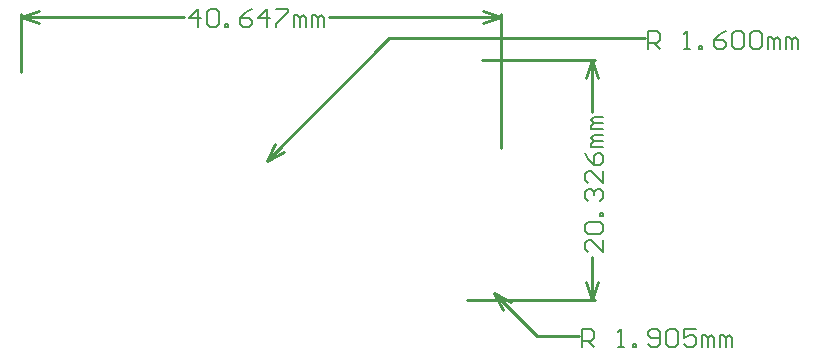
<source format=gbr>
%TF.GenerationSoftware,Altium Limited,Altium Designer,20.0.11 (256)*%
G04 Layer_Color=8388736*
%FSLAX26Y26*%
%MOIN*%
%TF.FileFunction,Other,Dimensions*%
%TF.Part,Single*%
G01*
G75*
%TA.AperFunction,NonConductor*%
%ADD21C,0.006000*%
%ADD23C,0.010000*%
D21*
X1869254Y-156596D02*
Y-96616D01*
X1899244D01*
X1909241Y-106612D01*
Y-126606D01*
X1899244Y-136603D01*
X1869254D01*
X1889247D02*
X1909241Y-156596D01*
X1989215D02*
X2009208D01*
X1999212D01*
Y-96616D01*
X1989215Y-106612D01*
X2039199Y-156596D02*
Y-146599D01*
X2049196D01*
Y-156596D01*
X2039199D01*
X2089183Y-146599D02*
X2099179Y-156596D01*
X2119173D01*
X2129170Y-146599D01*
Y-106612D01*
X2119173Y-96616D01*
X2099179D01*
X2089183Y-106612D01*
Y-116609D01*
X2099179Y-126606D01*
X2129170D01*
X2149163Y-106612D02*
X2159160Y-96616D01*
X2179153D01*
X2189150Y-106612D01*
Y-146599D01*
X2179153Y-156596D01*
X2159160D01*
X2149163Y-146599D01*
Y-106612D01*
X2249131Y-96616D02*
X2209144D01*
Y-126606D01*
X2229137Y-116609D01*
X2239134D01*
X2249131Y-126606D01*
Y-146599D01*
X2239134Y-156596D01*
X2219141D01*
X2209144Y-146599D01*
X2269124Y-156596D02*
Y-116609D01*
X2279121D01*
X2289118Y-126606D01*
Y-156596D01*
Y-126606D01*
X2299115Y-116609D01*
X2309111Y-126606D01*
Y-156596D01*
X2329105D02*
Y-116609D01*
X2339102D01*
X2349099Y-126606D01*
Y-156596D01*
Y-126606D01*
X2359095Y-116609D01*
X2369092Y-126606D01*
Y-156596D01*
X1939751Y198437D02*
Y158450D01*
X1899764Y198437D01*
X1889767D01*
X1879771Y188440D01*
Y168447D01*
X1889767Y158450D01*
Y218430D02*
X1879771Y228427D01*
Y248421D01*
X1889767Y258418D01*
X1929755D01*
X1939751Y248421D01*
Y228427D01*
X1929755Y218430D01*
X1889767D01*
X1939751Y278411D02*
X1929755D01*
Y288408D01*
X1939751D01*
Y278411D01*
X1889767Y328395D02*
X1879771Y338392D01*
Y358385D01*
X1889767Y368382D01*
X1899764D01*
X1909761Y358385D01*
Y348388D01*
Y358385D01*
X1919758Y368382D01*
X1929755D01*
X1939751Y358385D01*
Y338392D01*
X1929755Y328395D01*
X1939751Y428363D02*
Y388375D01*
X1899764Y428363D01*
X1889767D01*
X1879771Y418366D01*
Y398372D01*
X1889767Y388375D01*
X1879771Y488343D02*
X1889767Y468349D01*
X1909761Y448356D01*
X1929755D01*
X1939751Y458353D01*
Y478346D01*
X1929755Y488343D01*
X1919758D01*
X1909761Y478346D01*
Y448356D01*
X1939751Y508337D02*
X1899764D01*
Y518333D01*
X1909761Y528330D01*
X1939751D01*
X1909761D01*
X1899764Y538327D01*
X1909761Y548324D01*
X1939751D01*
Y568317D02*
X1899764D01*
Y578314D01*
X1909761Y588311D01*
X1939751D01*
X1909761D01*
X1899764Y598308D01*
X1909761Y608304D01*
X1939751D01*
X589701Y907412D02*
Y967392D01*
X559711Y937402D01*
X599698D01*
X619691Y957395D02*
X629688Y967392D01*
X649682D01*
X659678Y957395D01*
Y917409D01*
X649682Y907412D01*
X629688D01*
X619691Y917409D01*
Y957395D01*
X679672Y907412D02*
Y917409D01*
X689669D01*
Y907412D01*
X679672D01*
X769643Y967392D02*
X749649Y957395D01*
X729656Y937402D01*
Y917409D01*
X739653Y907412D01*
X759646D01*
X769643Y917409D01*
Y927405D01*
X759646Y937402D01*
X729656D01*
X819627Y907412D02*
Y967392D01*
X789636Y937402D01*
X829623D01*
X849617Y967392D02*
X889604D01*
Y957395D01*
X849617Y917409D01*
Y907412D01*
X909597D02*
Y947399D01*
X919594D01*
X929591Y937402D01*
Y907412D01*
Y937402D01*
X939588Y947399D01*
X949585Y937402D01*
Y907412D01*
X969578D02*
Y947399D01*
X979575D01*
X989572Y937402D01*
Y907412D01*
Y937402D01*
X999568Y947399D01*
X1009565Y937402D01*
Y907412D01*
X2089648Y835190D02*
Y895170D01*
X2119638D01*
X2129635Y885174D01*
Y865180D01*
X2119638Y855183D01*
X2089648D01*
X2109641D02*
X2129635Y835190D01*
X2209609D02*
X2229603D01*
X2219606D01*
Y895170D01*
X2209609Y885174D01*
X2259593Y835190D02*
Y845187D01*
X2269590D01*
Y835190D01*
X2259593D01*
X2349564Y895170D02*
X2329570Y885174D01*
X2309577Y865180D01*
Y845187D01*
X2319573Y835190D01*
X2339567D01*
X2349564Y845187D01*
Y855183D01*
X2339567Y865180D01*
X2309577D01*
X2369557Y885174D02*
X2379554Y895170D01*
X2399548D01*
X2409544Y885174D01*
Y845187D01*
X2399548Y835190D01*
X2379554D01*
X2369557Y845187D01*
Y885174D01*
X2429538D02*
X2439535Y895170D01*
X2459528D01*
X2469525Y885174D01*
Y845187D01*
X2459528Y835190D01*
X2439535D01*
X2429538Y845187D01*
Y885174D01*
X2489519Y835190D02*
Y875177D01*
X2499515D01*
X2509512Y865180D01*
Y835190D01*
Y865180D01*
X2519509Y875177D01*
X2529506Y865180D01*
Y835190D01*
X2549499D02*
Y875177D01*
X2559496D01*
X2569493Y865180D01*
Y835190D01*
Y865180D01*
X2579489Y875177D01*
X2589486Y865180D01*
Y835190D01*
D23*
X1578533Y21470D02*
X1635101Y-6814D01*
X1578533Y21470D02*
X1606817Y-35098D01*
X1578533Y21470D02*
X1720609Y-120606D01*
X1859254D01*
X1903761Y799503D02*
X1923761Y739503D01*
X1883761D02*
X1903761Y799503D01*
X1883761Y59251D02*
X1903761Y-749D01*
X1923761Y59251D01*
X1903761Y624304D02*
Y799503D01*
Y-749D02*
Y142450D01*
X1535750Y799503D02*
X1913761D01*
X1485855Y-749D02*
X1913761D01*
X500Y943402D02*
X60500Y963402D01*
X500Y943402D02*
X60500Y923402D01*
X1540776D02*
X1600776Y943402D01*
X1540776Y963402D02*
X1600776Y943402D01*
X500D02*
X543711D01*
X1025565D02*
X1600776D01*
X500Y759753D02*
Y953402D01*
X1600776Y504187D02*
Y953402D01*
X820042Y462549D02*
X848326Y519118D01*
X820042Y462549D02*
X876611Y490834D01*
X820042Y462549D02*
X1228673Y871180D01*
X2079648D01*
%TF.MD5,1e7e99e98ba74d338b9daf11e0ea5e65*%
M02*

</source>
